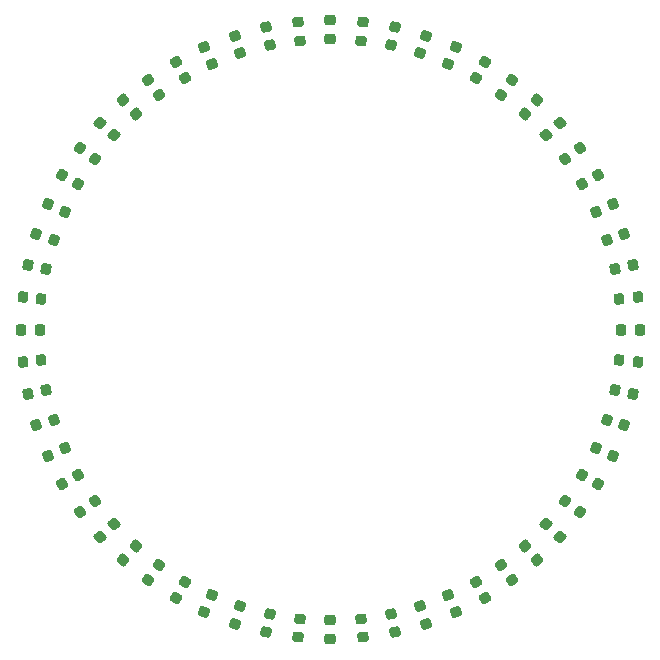
<source format=gbr>
%TF.GenerationSoftware,KiCad,Pcbnew,8.0.6*%
%TF.CreationDate,2025-01-18T20:05:51-05:00*%
%TF.ProjectId,twistedCharlieplex,74776973-7465-4644-9368-61726c696570,rev?*%
%TF.SameCoordinates,Original*%
%TF.FileFunction,Soldermask,Top*%
%TF.FilePolarity,Negative*%
%FSLAX46Y46*%
G04 Gerber Fmt 4.6, Leading zero omitted, Abs format (unit mm)*
G04 Created by KiCad (PCBNEW 8.0.6) date 2025-01-18 20:05:51*
%MOMM*%
%LPD*%
G01*
G04 APERTURE LIST*
G04 Aperture macros list*
%AMRoundRect*
0 Rectangle with rounded corners*
0 $1 Rounding radius*
0 $2 $3 $4 $5 $6 $7 $8 $9 X,Y pos of 4 corners*
0 Add a 4 corners polygon primitive as box body*
4,1,4,$2,$3,$4,$5,$6,$7,$8,$9,$2,$3,0*
0 Add four circle primitives for the rounded corners*
1,1,$1+$1,$2,$3*
1,1,$1+$1,$4,$5*
1,1,$1+$1,$6,$7*
1,1,$1+$1,$8,$9*
0 Add four rect primitives between the rounded corners*
20,1,$1+$1,$2,$3,$4,$5,0*
20,1,$1+$1,$4,$5,$6,$7,0*
20,1,$1+$1,$6,$7,$8,$9,0*
20,1,$1+$1,$8,$9,$2,$3,0*%
G04 Aperture macros list end*
%ADD10RoundRect,0.218750X0.304064X0.145122X-0.095612X0.323070X-0.304064X-0.145122X0.095612X-0.323070X0*%
%ADD11RoundRect,0.218750X-0.112544X0.317568X-0.331294X-0.061318X0.112544X-0.317568X0.331294X0.061318X0*%
%ADD12RoundRect,0.218750X0.008902X-0.336803X0.334028X-0.044059X-0.008902X0.336803X-0.334028X0.044059X0*%
%ADD13RoundRect,0.218750X0.287229X0.176111X-0.128858X0.311306X-0.287229X-0.176111X0.128858X-0.311306X0*%
%ADD14RoundRect,0.218750X0.244337X0.231981X-0.190766X0.277712X-0.244337X-0.231981X0.190766X-0.277712X0*%
%ADD15RoundRect,0.218750X-0.061318X-0.331294X0.317568X-0.112544X0.061318X0.331294X-0.317568X0.112544X0*%
%ADD16RoundRect,0.218750X-0.287229X-0.176111X0.128858X-0.311306X0.287229X0.176111X-0.128858X0.311306X0*%
%ADD17RoundRect,0.218750X0.160692X0.296131X-0.267247X0.205170X-0.160692X-0.296131X0.267247X-0.205170X0*%
%ADD18RoundRect,0.218750X0.112544X-0.317568X0.331294X0.061318X-0.112544X0.317568X-0.331294X-0.061318X0*%
%ADD19RoundRect,0.218750X0.061318X0.331294X-0.317568X0.112544X-0.061318X-0.331294X0.317568X-0.112544X0*%
%ADD20RoundRect,0.218750X-0.334028X-0.044059X-0.008902X-0.336803X0.334028X0.044059X0.008902X0.336803X0*%
%ADD21RoundRect,0.218750X0.026352X0.335889X-0.327592X0.078733X-0.026352X-0.335889X0.327592X-0.078733X0*%
%ADD22RoundRect,0.218750X0.334028X0.044059X0.008902X0.336803X-0.334028X-0.044059X-0.008902X-0.336803X0*%
%ADD23RoundRect,0.218750X-0.277712X0.190766X-0.231981X-0.244337X0.277712X-0.190766X0.231981X0.244337X0*%
%ADD24RoundRect,0.218750X0.323070X-0.095612X0.145122X0.304064X-0.323070X0.095612X-0.145122X-0.304064X0*%
%ADD25RoundRect,0.218750X-0.078733X0.327592X-0.335889X-0.026352X0.078733X-0.327592X0.335889X0.026352X0*%
%ADD26RoundRect,0.218750X0.231981X-0.244337X0.277712X0.190766X-0.231981X0.244337X-0.277712X-0.190766X0*%
%ADD27RoundRect,0.218750X-0.205170X0.267247X-0.296131X-0.160692X0.205170X-0.267247X0.296131X0.160692X0*%
%ADD28RoundRect,0.218750X-0.304064X-0.145122X0.095612X-0.323070X0.304064X0.145122X-0.095612X0.323070X0*%
%ADD29RoundRect,0.218750X-0.160692X-0.296131X0.267247X-0.205170X0.160692X0.296131X-0.267247X0.205170X0*%
%ADD30RoundRect,0.218750X-0.267247X-0.205170X0.160692X-0.296131X0.267247X0.205170X-0.160692X0.296131X0*%
%ADD31RoundRect,0.218750X0.277712X-0.190766X0.231981X0.244337X-0.277712X0.190766X-0.231981X-0.244337X0*%
%ADD32RoundRect,0.218750X-0.190766X-0.277712X0.244337X-0.231981X0.190766X0.277712X-0.244337X0.231981X0*%
%ADD33RoundRect,0.218750X-0.176111X0.287229X-0.311306X-0.128858X0.176111X-0.287229X0.311306X0.128858X0*%
%ADD34RoundRect,0.218750X-0.244337X-0.231981X0.190766X-0.277712X0.244337X0.231981X-0.190766X0.277712X0*%
%ADD35RoundRect,0.218750X-0.218750X-0.256250X0.218750X-0.256250X0.218750X0.256250X-0.218750X0.256250X0*%
%ADD36RoundRect,0.218750X-0.128858X-0.311306X0.287229X-0.176111X0.128858X0.311306X-0.287229X0.176111X0*%
%ADD37RoundRect,0.218750X0.317568X0.112544X-0.061318X0.331294X-0.317568X-0.112544X0.061318X-0.331294X0*%
%ADD38RoundRect,0.218750X-0.231981X0.244337X-0.277712X-0.190766X0.231981X-0.244337X0.277712X0.190766X0*%
%ADD39RoundRect,0.218750X-0.145122X0.304064X-0.323070X-0.095612X0.145122X-0.304064X0.323070X0.095612X0*%
%ADD40RoundRect,0.218750X0.145122X-0.304064X0.323070X0.095612X-0.145122X0.304064X-0.323070X-0.095612X0*%
%ADD41RoundRect,0.218750X0.176111X-0.287229X0.311306X0.128858X-0.176111X0.287229X-0.311306X-0.128858X0*%
%ADD42RoundRect,0.218750X-0.331294X0.061318X-0.112544X-0.317568X0.331294X-0.061318X0.112544X0.317568X0*%
%ADD43RoundRect,0.218750X0.256250X-0.218750X0.256250X0.218750X-0.256250X0.218750X-0.256250X-0.218750X0*%
%ADD44RoundRect,0.218750X0.095612X0.323070X-0.304064X0.145122X-0.095612X-0.323070X0.304064X-0.145122X0*%
%ADD45RoundRect,0.218750X-0.336803X-0.008902X-0.044059X-0.334028X0.336803X0.008902X0.044059X0.334028X0*%
%ADD46RoundRect,0.218750X-0.311306X0.128858X-0.176111X-0.287229X0.311306X-0.128858X0.176111X0.287229X0*%
%ADD47RoundRect,0.218750X0.335889X-0.026352X0.078733X0.327592X-0.335889X0.026352X-0.078733X-0.327592X0*%
%ADD48RoundRect,0.218750X-0.026352X-0.335889X0.327592X-0.078733X0.026352X0.335889X-0.327592X0.078733X0*%
%ADD49RoundRect,0.218750X-0.044059X0.334028X-0.336803X0.008902X0.044059X-0.334028X0.336803X-0.008902X0*%
%ADD50RoundRect,0.218750X0.218750X0.256250X-0.218750X0.256250X-0.218750X-0.256250X0.218750X-0.256250X0*%
%ADD51RoundRect,0.218750X-0.327592X-0.078733X0.026352X-0.335889X0.327592X0.078733X-0.026352X0.335889X0*%
%ADD52RoundRect,0.218750X0.190766X0.277712X-0.244337X0.231981X-0.190766X-0.277712X0.244337X-0.231981X0*%
%ADD53RoundRect,0.218750X0.128858X0.311306X-0.287229X0.176111X-0.128858X-0.311306X0.287229X-0.176111X0*%
%ADD54RoundRect,0.218750X0.331294X-0.061318X0.112544X0.317568X-0.331294X0.061318X-0.112544X-0.317568X0*%
%ADD55RoundRect,0.218750X-0.335889X0.026352X-0.078733X-0.327592X0.335889X-0.026352X0.078733X0.327592X0*%
%ADD56RoundRect,0.218750X-0.095612X-0.323070X0.304064X-0.145122X0.095612X0.323070X-0.304064X0.145122X0*%
%ADD57RoundRect,0.218750X0.327592X0.078733X-0.026352X0.335889X-0.327592X-0.078733X0.026352X-0.335889X0*%
%ADD58RoundRect,0.218750X0.205170X-0.267247X0.296131X0.160692X-0.205170X0.267247X-0.296131X-0.160692X0*%
%ADD59RoundRect,0.218750X-0.296131X0.160692X-0.205170X-0.267247X0.296131X-0.160692X0.205170X0.267247X0*%
%ADD60RoundRect,0.218750X0.311306X-0.128858X0.176111X0.287229X-0.311306X0.128858X-0.176111X-0.287229X0*%
%ADD61RoundRect,0.218750X-0.008902X0.336803X-0.334028X0.044059X0.008902X-0.336803X0.334028X-0.044059X0*%
%ADD62RoundRect,0.218750X-0.256250X0.218750X-0.256250X-0.218750X0.256250X-0.218750X0.256250X0.218750X0*%
%ADD63RoundRect,0.218750X-0.323070X0.095612X-0.145122X-0.304064X0.323070X-0.095612X0.145122X0.304064X0*%
%ADD64RoundRect,0.218750X0.044059X-0.334028X0.336803X-0.008902X-0.044059X0.334028X-0.336803X0.008902X0*%
%ADD65RoundRect,0.218750X0.267247X0.205170X-0.160692X0.296131X-0.267247X-0.205170X0.160692X-0.296131X0*%
%ADD66RoundRect,0.218750X0.078733X-0.327592X0.335889X0.026352X-0.078733X0.327592X-0.335889X-0.026352X0*%
%ADD67RoundRect,0.218750X0.296131X-0.160692X0.205170X0.267247X-0.296131X0.160692X-0.205170X-0.267247X0*%
%ADD68RoundRect,0.218750X-0.317568X-0.112544X0.061318X-0.331294X0.317568X0.112544X-0.061318X0.331294X0*%
%ADD69RoundRect,0.218750X0.336803X0.008902X0.044059X0.334028X-0.336803X-0.008902X-0.044059X-0.334028X0*%
G04 APERTURE END LIST*
D10*
%TO.C,D12*%
X-23923472Y10651416D03*
X-22484638Y10010806D03*
%TD*%
D11*
%TO.C,D26*%
X-13093750Y-22679040D03*
X-12306250Y-21315050D03*
%TD*%
D12*
%TO.C,D53*%
X19461106Y17522857D03*
X18290652Y16468977D03*
%TD*%
D13*
%TO.C,D13*%
X-24905793Y8092383D03*
X-23407879Y7605681D03*
%TD*%
D14*
%TO.C,D15*%
X-26044042Y2737339D03*
X-24477670Y2572707D03*
%TD*%
D15*
%TO.C,D51*%
X22679040Y13093750D03*
X21315050Y12306250D03*
%TD*%
D16*
%TO.C,D43*%
X24905793Y-8092383D03*
X23407879Y-7605681D03*
%TD*%
D17*
%TO.C,D18*%
X-25615240Y-5444687D03*
X-24074658Y-5117227D03*
%TD*%
D18*
%TO.C,D56*%
X13093750Y22679040D03*
X12306250Y21315050D03*
%TD*%
D19*
%TO.C,D21*%
X-22679040Y-13093750D03*
X-21315050Y-12306250D03*
%TD*%
D20*
%TO.C,D39*%
X19461106Y-17522857D03*
X18290652Y-16468977D03*
%TD*%
D21*
%TO.C,D22*%
X-21186133Y-15392626D03*
X-19911931Y-14466864D03*
%TD*%
D22*
%TO.C,D9*%
X-19461106Y17522857D03*
X-18290652Y16468977D03*
%TD*%
D23*
%TO.C,D32*%
X2737339Y-26044042D03*
X2572707Y-24477670D03*
%TD*%
D24*
%TO.C,D5*%
X-10651416Y23923472D03*
X-10010806Y22484638D03*
%TD*%
D25*
%TO.C,D25*%
X-15392626Y-21186133D03*
X-14466864Y-19911931D03*
%TD*%
D26*
%TO.C,D60*%
X2737339Y26044042D03*
X2572707Y24477670D03*
%TD*%
D27*
%TO.C,D29*%
X-5444687Y-25615240D03*
X-5117227Y-24074658D03*
%TD*%
D28*
%TO.C,D42*%
X23923472Y-10651416D03*
X22484638Y-10010806D03*
%TD*%
D29*
%TO.C,D48*%
X25615240Y5444687D03*
X24074658Y5117227D03*
%TD*%
D30*
%TO.C,D44*%
X25615240Y-5444687D03*
X24074658Y-5117227D03*
%TD*%
D31*
%TO.C,D2*%
X-2737339Y26044042D03*
X-2572707Y24477670D03*
%TD*%
D32*
%TO.C,D47*%
X26044042Y2737339D03*
X24477670Y2572707D03*
%TD*%
D33*
%TO.C,D28*%
X-8092383Y-24905793D03*
X-7605681Y-23407879D03*
%TD*%
D34*
%TO.C,D45*%
X26044042Y-2737339D03*
X24477670Y-2572707D03*
%TD*%
D35*
%TO.C,D46*%
X26187500Y0D03*
X24612500Y0D03*
%TD*%
D36*
%TO.C,D49*%
X24905793Y8092383D03*
X23407879Y7605681D03*
%TD*%
D37*
%TO.C,D11*%
X-22679040Y13093750D03*
X-21315050Y12306250D03*
%TD*%
D38*
%TO.C,D30*%
X-2737339Y-26044042D03*
X-2572707Y-24477670D03*
%TD*%
D39*
%TO.C,D27*%
X-10651416Y-23923472D03*
X-10010806Y-22484638D03*
%TD*%
D40*
%TO.C,D57*%
X10651416Y23923472D03*
X10010806Y22484638D03*
%TD*%
D41*
%TO.C,D58*%
X8092383Y24905793D03*
X7605681Y23407879D03*
%TD*%
D42*
%TO.C,D36*%
X13093750Y-22679040D03*
X12306250Y-21315050D03*
%TD*%
D43*
%TO.C,D1*%
X0Y26187500D03*
X0Y24612500D03*
%TD*%
D44*
%TO.C,D20*%
X-23923472Y-10651416D03*
X-22484638Y-10010806D03*
%TD*%
D45*
%TO.C,D38*%
X17522857Y-19461106D03*
X16468977Y-18290652D03*
%TD*%
D46*
%TO.C,D34*%
X8092383Y-24905793D03*
X7605681Y-23407879D03*
%TD*%
D47*
%TO.C,D7*%
X-15392626Y21186133D03*
X-14466864Y19911931D03*
%TD*%
D48*
%TO.C,D52*%
X21186133Y15392626D03*
X19911931Y14466864D03*
%TD*%
D49*
%TO.C,D24*%
X-17522857Y-19461106D03*
X-16468977Y-18290652D03*
%TD*%
D50*
%TO.C,D16*%
X-26187500Y0D03*
X-24612500Y0D03*
%TD*%
D51*
%TO.C,D40*%
X21186133Y-15392626D03*
X19911931Y-14466864D03*
%TD*%
D52*
%TO.C,D17*%
X-26044042Y-2737339D03*
X-24477670Y-2572707D03*
%TD*%
D53*
%TO.C,D19*%
X-24905793Y-8092383D03*
X-23407879Y-7605681D03*
%TD*%
D54*
%TO.C,D6*%
X-13093750Y22679040D03*
X-12306250Y21315050D03*
%TD*%
D55*
%TO.C,D37*%
X15392626Y-21186133D03*
X14466864Y-19911931D03*
%TD*%
D56*
%TO.C,D50*%
X23923472Y10651416D03*
X22484638Y10010806D03*
%TD*%
D57*
%TO.C,D10*%
X-21186133Y15392626D03*
X-19911931Y14466864D03*
%TD*%
D58*
%TO.C,D59*%
X5444687Y25615240D03*
X5117227Y24074658D03*
%TD*%
D59*
%TO.C,D33*%
X5444687Y-25615240D03*
X5117227Y-24074658D03*
%TD*%
D60*
%TO.C,D4*%
X-8092383Y24905793D03*
X-7605681Y23407879D03*
%TD*%
D61*
%TO.C,D23*%
X-19461106Y-17522857D03*
X-18290652Y-16468977D03*
%TD*%
D62*
%TO.C,D31*%
X0Y-26187500D03*
X0Y-24612500D03*
%TD*%
D63*
%TO.C,D35*%
X10651416Y-23923472D03*
X10010806Y-22484638D03*
%TD*%
D64*
%TO.C,D54*%
X17522857Y19461106D03*
X16468977Y18290652D03*
%TD*%
D65*
%TO.C,D14*%
X-25615240Y5444687D03*
X-24074658Y5117227D03*
%TD*%
D66*
%TO.C,D55*%
X15392626Y21186133D03*
X14466864Y19911931D03*
%TD*%
D67*
%TO.C,D3*%
X-5444687Y25615240D03*
X-5117227Y24074658D03*
%TD*%
D68*
%TO.C,D41*%
X22679040Y-13093750D03*
X21315050Y-12306250D03*
%TD*%
D69*
%TO.C,D8*%
X-17522857Y19461106D03*
X-16468977Y18290652D03*
%TD*%
M02*

</source>
